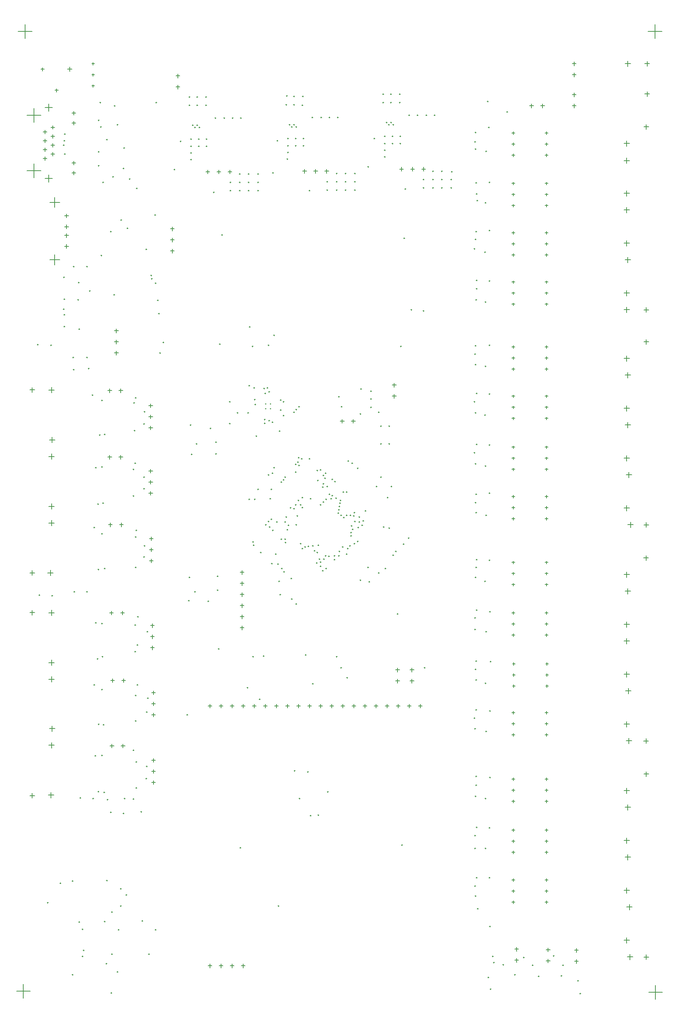
<source format=gbr>
%TF.GenerationSoftware,Altium Limited,Altium Designer,19.1.5 (86)*%
G04 Layer_Color=128*
%FSLAX26Y26*%
%MOIN*%
%TF.FileFunction,Drillmap*%
%TF.Part,Single*%
G01*
G75*
%TA.AperFunction,NonConductor*%
%ADD103C,0.005000*%
D103*
X1762500Y9205000D02*
X1787500D01*
X1775000Y9192500D02*
Y9217500D01*
X1762500Y9105000D02*
X1787500D01*
X1775000Y9092500D02*
Y9117500D01*
X1762500Y9005000D02*
X1787500D01*
X1775000Y8992500D02*
Y9017500D01*
X5817283Y8825000D02*
X5852717D01*
X5835000Y8807283D02*
Y8842717D01*
X5717283Y8825000D02*
X5752717D01*
X5735000Y8807283D02*
Y8842717D01*
X2792284Y8230000D02*
X2827716D01*
X2810000Y8212283D02*
Y8247717D01*
X2892284Y8230000D02*
X2927716D01*
X2910000Y8212283D02*
Y8247717D01*
X2992284Y8230000D02*
X3027716D01*
X3010000Y8212283D02*
Y8247717D01*
X3667284Y8235000D02*
X3702716D01*
X3685000Y8217283D02*
Y8252717D01*
X3767284Y8235000D02*
X3802716D01*
X3785000Y8217283D02*
Y8252717D01*
X3867284Y8235000D02*
X3902716D01*
X3885000Y8217283D02*
Y8252717D01*
X4542283Y8253780D02*
X4577717D01*
X4560000Y8236063D02*
Y8271496D01*
X4642283Y8253780D02*
X4677717D01*
X4660000Y8236063D02*
Y8271496D01*
X4742283Y8253780D02*
X4777717D01*
X4760000Y8236063D02*
Y8271496D01*
X2472284Y7515000D02*
X2507716D01*
X2490000Y7497283D02*
Y7532717D01*
X2472284Y7615000D02*
X2507716D01*
X2490000Y7597283D02*
Y7632717D01*
X2472284Y7715000D02*
X2507716D01*
X2490000Y7697283D02*
Y7732717D01*
X4477283Y6205000D02*
X4512717D01*
X4495000Y6187283D02*
Y6222717D01*
X4477283Y6305000D02*
X4512717D01*
X4495000Y6287283D02*
Y6322717D01*
X1967284Y6595000D02*
X2002716D01*
X1985000Y6577283D02*
Y6612717D01*
X1967284Y6695000D02*
X2002716D01*
X1985000Y6677283D02*
Y6712717D01*
X1967284Y6795000D02*
X2002716D01*
X1985000Y6777283D02*
Y6812717D01*
X2302284Y2720000D02*
X2337716D01*
X2320000Y2702284D02*
Y2737716D01*
X2302284Y2820000D02*
X2337716D01*
X2320000Y2802284D02*
Y2837716D01*
X2302284Y2920000D02*
X2337716D01*
X2320000Y2902284D02*
Y2937716D01*
X2302284Y3330000D02*
X2337716D01*
X2320000Y3312284D02*
Y3347716D01*
X2302284Y3430000D02*
X2337716D01*
X2320000Y3412284D02*
Y3447716D01*
X2302284Y3530000D02*
X2337716D01*
X2320000Y3512284D02*
Y3547716D01*
X2292284Y3935000D02*
X2327716D01*
X2310000Y3917284D02*
Y3952716D01*
X2292284Y4035000D02*
X2327716D01*
X2310000Y4017284D02*
Y4052716D01*
X2292284Y4135000D02*
X2327716D01*
X2310000Y4117283D02*
Y4152717D01*
X4007284Y5980000D02*
X4042716D01*
X4025000Y5962283D02*
Y5997717D01*
X4107283Y5980000D02*
X4142717D01*
X4125000Y5962283D02*
Y5997717D01*
X2282284Y4720000D02*
X2317716D01*
X2300000Y4702283D02*
Y4737717D01*
X2282284Y4820000D02*
X2317716D01*
X2300000Y4802283D02*
Y4837717D01*
X2282284Y4920000D02*
X2317716D01*
X2300000Y4902283D02*
Y4937717D01*
X2277284Y5330000D02*
X2312716D01*
X2295000Y5312283D02*
Y5347717D01*
X2277284Y5430000D02*
X2312716D01*
X2295000Y5412283D02*
Y5447717D01*
X2277284Y5530000D02*
X2312716D01*
X2295000Y5512283D02*
Y5547717D01*
X2277284Y5920000D02*
X2312716D01*
X2295000Y5902283D02*
Y5937717D01*
X2277284Y6020000D02*
X2312716D01*
X2295000Y6002283D02*
Y6037717D01*
X2277284Y6120000D02*
X2312716D01*
X2295000Y6102283D02*
Y6137717D01*
X4637283Y3635000D02*
X4672717D01*
X4655000Y3617284D02*
Y3652716D01*
X4637283Y3735000D02*
X4672717D01*
X4655000Y3717284D02*
Y3752716D01*
X4507283Y3635000D02*
X4542717D01*
X4525000Y3617284D02*
Y3652716D01*
X4507283Y3735000D02*
X4542717D01*
X4525000Y3717284D02*
Y3752716D01*
X2812284Y3410000D02*
X2847716D01*
X2830000Y3392284D02*
Y3427716D01*
X2912284Y3410000D02*
X2947716D01*
X2930000Y3392284D02*
Y3427716D01*
X3012284Y3410000D02*
X3047716D01*
X3030000Y3392284D02*
Y3427716D01*
X3112284Y3410000D02*
X3147716D01*
X3130000Y3392284D02*
Y3427716D01*
X3212284Y3410000D02*
X3247716D01*
X3230000Y3392284D02*
Y3427716D01*
X3312284Y3410000D02*
X3347716D01*
X3330000Y3392284D02*
Y3427716D01*
X3412284Y3410000D02*
X3447716D01*
X3430000Y3392284D02*
Y3427716D01*
X3512284Y3410000D02*
X3547716D01*
X3530000Y3392284D02*
Y3427716D01*
X3612284Y3410000D02*
X3647716D01*
X3630000Y3392284D02*
Y3427716D01*
X3712284Y3410000D02*
X3747716D01*
X3730000Y3392284D02*
Y3427716D01*
X3812284Y3410000D02*
X3847716D01*
X3830000Y3392284D02*
Y3427716D01*
X3912284Y3410000D02*
X3947716D01*
X3930000Y3392284D02*
Y3427716D01*
X4012284Y3410000D02*
X4047716D01*
X4030000Y3392284D02*
Y3427716D01*
X4112283Y3410000D02*
X4147717D01*
X4130000Y3392284D02*
Y3427716D01*
X4212283Y3410000D02*
X4247717D01*
X4230000Y3392284D02*
Y3427716D01*
X4312283Y3410000D02*
X4347717D01*
X4330000Y3392284D02*
Y3427716D01*
X4412283Y3410000D02*
X4447717D01*
X4430000Y3392284D02*
Y3427716D01*
X4512283Y3410000D02*
X4547717D01*
X4530000Y3392284D02*
Y3427716D01*
X4612283Y3410000D02*
X4647717D01*
X4630000Y3392284D02*
Y3427716D01*
X4712283Y3410000D02*
X4747717D01*
X4730000Y3392284D02*
Y3427716D01*
X3112284Y1065000D02*
X3147716D01*
X3130000Y1047284D02*
Y1082716D01*
X3012284Y1065000D02*
X3047716D01*
X3030000Y1047284D02*
Y1082716D01*
X2912284Y1065000D02*
X2947716D01*
X2930000Y1047284D02*
Y1082716D01*
X2812284Y1065000D02*
X2847716D01*
X2830000Y1047284D02*
Y1082716D01*
X1927284Y3050000D02*
X1962716D01*
X1945000Y3032284D02*
Y3067716D01*
X2027284Y3050000D02*
X2062716D01*
X2045000Y3032284D02*
Y3067716D01*
X1932284Y3640000D02*
X1967716D01*
X1950000Y3622284D02*
Y3657716D01*
X2032284Y3640000D02*
X2067716D01*
X2050000Y3622284D02*
Y3657716D01*
X1922284Y4250000D02*
X1957716D01*
X1940000Y4232283D02*
Y4267717D01*
X2022284Y4250000D02*
X2057716D01*
X2040000Y4232283D02*
Y4267717D01*
X1912284Y5045000D02*
X1947716D01*
X1930000Y5027283D02*
Y5062717D01*
X2012284Y5045000D02*
X2047716D01*
X2030000Y5027283D02*
Y5062717D01*
X1907284Y5655000D02*
X1942716D01*
X1925000Y5637283D02*
Y5672717D01*
X2007284Y5655000D02*
X2042716D01*
X2025000Y5637283D02*
Y5672717D01*
X1907284Y6255000D02*
X1942716D01*
X1925000Y6237283D02*
Y6272717D01*
X2007284Y6255000D02*
X2042716D01*
X2025000Y6237283D02*
Y6272717D01*
X6102283Y9205000D02*
X6137717D01*
X6120000Y9187283D02*
Y9222717D01*
X6102283Y9105000D02*
X6137717D01*
X6120000Y9087283D02*
Y9122717D01*
X2522284Y8995000D02*
X2557716D01*
X2540000Y8977283D02*
Y9012717D01*
X2522284Y9095000D02*
X2557716D01*
X2540000Y9077283D02*
Y9112717D01*
X6102283Y8925000D02*
X6137717D01*
X6120000Y8907283D02*
Y8942717D01*
X6102283Y8825000D02*
X6137717D01*
X6120000Y8807283D02*
Y8842717D01*
X3102284Y4115000D02*
X3137716D01*
X3120000Y4097283D02*
Y4132717D01*
X3102284Y4215000D02*
X3137716D01*
X3120000Y4197283D02*
Y4232717D01*
X3102284Y4315000D02*
X3137716D01*
X3120000Y4297283D02*
Y4332717D01*
X3102284Y4415000D02*
X3137716D01*
X3120000Y4397283D02*
Y4432717D01*
X3102284Y4515000D02*
X3137716D01*
X3120000Y4497283D02*
Y4532717D01*
X3102284Y4615000D02*
X3137716D01*
X3120000Y4597283D02*
Y4632717D01*
X6122283Y1105000D02*
X6157717D01*
X6140000Y1087284D02*
Y1122716D01*
X6122283Y1205000D02*
X6157717D01*
X6140000Y1187284D02*
Y1222716D01*
X5867283Y1110000D02*
X5902717D01*
X5885000Y1092284D02*
Y1127716D01*
X5867283Y1210000D02*
X5902717D01*
X5885000Y1192284D02*
Y1227716D01*
X5582283Y1115000D02*
X5617717D01*
X5600000Y1097284D02*
Y1132716D01*
X5582283Y1215000D02*
X5617717D01*
X5600000Y1197284D02*
Y1232716D01*
X5557500Y1840000D02*
X5582500D01*
X5570000Y1827500D02*
Y1852500D01*
X5557500Y1740000D02*
X5582500D01*
X5570000Y1727500D02*
Y1752500D01*
X5557500Y1640000D02*
X5582500D01*
X5570000Y1627500D02*
Y1652500D01*
X5857500Y1840000D02*
X5882500D01*
X5870000Y1827500D02*
Y1852500D01*
X5857500Y1740000D02*
X5882500D01*
X5870000Y1727500D02*
Y1752500D01*
X5857500Y1640000D02*
X5882500D01*
X5870000Y1627500D02*
Y1652500D01*
X5557500Y2290000D02*
X5582500D01*
X5570000Y2277500D02*
Y2302500D01*
X5557500Y2190000D02*
X5582500D01*
X5570000Y2177500D02*
Y2202500D01*
X5557500Y2090000D02*
X5582500D01*
X5570000Y2077500D02*
Y2102500D01*
X5857500Y2290000D02*
X5882500D01*
X5870000Y2277500D02*
Y2302500D01*
X5857500Y2190000D02*
X5882500D01*
X5870000Y2177500D02*
Y2202500D01*
X5857500Y2090000D02*
X5882500D01*
X5870000Y2077500D02*
Y2102500D01*
X5557500Y2750000D02*
X5582500D01*
X5570000Y2737500D02*
Y2762500D01*
X5557500Y2650000D02*
X5582500D01*
X5570000Y2637500D02*
Y2662500D01*
X5557500Y2550000D02*
X5582500D01*
X5570000Y2537500D02*
Y2562500D01*
X5857500Y2750000D02*
X5882500D01*
X5870000Y2737500D02*
Y2762500D01*
X5857500Y2650000D02*
X5882500D01*
X5870000Y2637500D02*
Y2662500D01*
X5857500Y2550000D02*
X5882500D01*
X5870000Y2537500D02*
Y2562500D01*
X5557500Y3350000D02*
X5582500D01*
X5570000Y3337500D02*
Y3362500D01*
X5557500Y3250000D02*
X5582500D01*
X5570000Y3237500D02*
Y3262500D01*
X5557500Y3150000D02*
X5582500D01*
X5570000Y3137500D02*
Y3162500D01*
X5857500Y3350000D02*
X5882500D01*
X5870000Y3337500D02*
Y3362500D01*
X5857500Y3250000D02*
X5882500D01*
X5870000Y3237500D02*
Y3262500D01*
X5857500Y3150000D02*
X5882500D01*
X5870000Y3137500D02*
Y3162500D01*
X5562500Y3790000D02*
X5587500D01*
X5575000Y3777500D02*
Y3802500D01*
X5562500Y3690000D02*
X5587500D01*
X5575000Y3677500D02*
Y3702500D01*
X5562500Y3590000D02*
X5587500D01*
X5575000Y3577500D02*
Y3602500D01*
X5862500Y3790000D02*
X5887500D01*
X5875000Y3777500D02*
Y3802500D01*
X5862500Y3690000D02*
X5887500D01*
X5875000Y3677500D02*
Y3702500D01*
X5862500Y3590000D02*
X5887500D01*
X5875000Y3577500D02*
Y3602500D01*
X5557500Y4250000D02*
X5582500D01*
X5570000Y4237500D02*
Y4262500D01*
X5557500Y4150000D02*
X5582500D01*
X5570000Y4137500D02*
Y4162500D01*
X5557500Y4050000D02*
X5582500D01*
X5570000Y4037500D02*
Y4062500D01*
X5857500Y4250000D02*
X5882500D01*
X5870000Y4237500D02*
Y4262500D01*
X5857500Y4150000D02*
X5882500D01*
X5870000Y4137500D02*
Y4162500D01*
X5857500Y4050000D02*
X5882500D01*
X5870000Y4037500D02*
Y4062500D01*
X5557500Y4705000D02*
X5582500D01*
X5570000Y4692500D02*
Y4717500D01*
X5557500Y4605000D02*
X5582500D01*
X5570000Y4592500D02*
Y4617500D01*
X5557500Y4505000D02*
X5582500D01*
X5570000Y4492500D02*
Y4517500D01*
X5857500Y4705000D02*
X5882500D01*
X5870000Y4692500D02*
Y4717500D01*
X5857500Y4605000D02*
X5882500D01*
X5870000Y4592500D02*
Y4617500D01*
X5857500Y4505000D02*
X5882500D01*
X5870000Y4492500D02*
Y4517500D01*
X5557500Y5300000D02*
X5582500D01*
X5570000Y5287500D02*
Y5312500D01*
X5557500Y5200000D02*
X5582500D01*
X5570000Y5187500D02*
Y5212500D01*
X5557500Y5100000D02*
X5582500D01*
X5570000Y5087500D02*
Y5112500D01*
X5857500Y5300000D02*
X5882500D01*
X5870000Y5287500D02*
Y5312500D01*
X5857500Y5200000D02*
X5882500D01*
X5870000Y5187500D02*
Y5212500D01*
X5857500Y5100000D02*
X5882500D01*
X5870000Y5087500D02*
Y5112500D01*
X5557500Y5745000D02*
X5582500D01*
X5570000Y5732500D02*
Y5757500D01*
X5557500Y5645000D02*
X5582500D01*
X5570000Y5632500D02*
Y5657500D01*
X5557500Y5545000D02*
X5582500D01*
X5570000Y5532500D02*
Y5557500D01*
X5857500Y5745000D02*
X5882500D01*
X5870000Y5732500D02*
Y5757500D01*
X5857500Y5645000D02*
X5882500D01*
X5870000Y5632500D02*
Y5657500D01*
X5857500Y5545000D02*
X5882500D01*
X5870000Y5532500D02*
Y5557500D01*
X5557500Y6205000D02*
X5582500D01*
X5570000Y6192500D02*
Y6217500D01*
X5557500Y6105000D02*
X5582500D01*
X5570000Y6092500D02*
Y6117500D01*
X5557500Y6005000D02*
X5582500D01*
X5570000Y5992500D02*
Y6017500D01*
X5857500Y6205000D02*
X5882500D01*
X5870000Y6192500D02*
Y6217500D01*
X5857500Y6105000D02*
X5882500D01*
X5870000Y6092500D02*
Y6117500D01*
X5857500Y6005000D02*
X5882500D01*
X5870000Y5992500D02*
Y6017500D01*
X5557500Y6650000D02*
X5582500D01*
X5570000Y6637500D02*
Y6662500D01*
X5557500Y6550000D02*
X5582500D01*
X5570000Y6537500D02*
Y6562500D01*
X5557500Y6450000D02*
X5582500D01*
X5570000Y6437500D02*
Y6462500D01*
X5857500Y6650000D02*
X5882500D01*
X5870000Y6637500D02*
Y6662500D01*
X5857500Y6550000D02*
X5882500D01*
X5870000Y6537500D02*
Y6562500D01*
X5857500Y6450000D02*
X5882500D01*
X5870000Y6437500D02*
Y6462500D01*
X5557500Y7235000D02*
X5582500D01*
X5570000Y7222500D02*
Y7247500D01*
X5557500Y7135000D02*
X5582500D01*
X5570000Y7122500D02*
Y7147500D01*
X5557500Y7035000D02*
X5582500D01*
X5570000Y7022500D02*
Y7047500D01*
X5857500Y7235000D02*
X5882500D01*
X5870000Y7222500D02*
Y7247500D01*
X5857500Y7135000D02*
X5882500D01*
X5870000Y7122500D02*
Y7147500D01*
X5857500Y7035000D02*
X5882500D01*
X5870000Y7022500D02*
Y7047500D01*
X5557500Y7680000D02*
X5582500D01*
X5570000Y7667500D02*
Y7692500D01*
X5557500Y7580000D02*
X5582500D01*
X5570000Y7567500D02*
Y7592500D01*
X5557500Y7480000D02*
X5582500D01*
X5570000Y7467500D02*
Y7492500D01*
X5857500Y7680000D02*
X5882500D01*
X5870000Y7667500D02*
Y7692500D01*
X5857500Y7580000D02*
X5882500D01*
X5870000Y7567500D02*
Y7592500D01*
X5857500Y7480000D02*
X5882500D01*
X5870000Y7467500D02*
Y7492500D01*
X5557500Y8125000D02*
X5582500D01*
X5570000Y8112500D02*
Y8137500D01*
X5557500Y8025000D02*
X5582500D01*
X5570000Y8012500D02*
Y8037500D01*
X5557500Y7925000D02*
X5582500D01*
X5570000Y7912500D02*
Y7937500D01*
X5857500Y8125000D02*
X5882500D01*
X5870000Y8112500D02*
Y8137500D01*
X5857500Y8025000D02*
X5882500D01*
X5870000Y8012500D02*
Y8037500D01*
X5857500Y7925000D02*
X5882500D01*
X5870000Y7912500D02*
Y7937500D01*
X5557500Y8580000D02*
X5582500D01*
X5570000Y8567500D02*
Y8592500D01*
X5557500Y8480000D02*
X5582500D01*
X5570000Y8467500D02*
Y8492500D01*
X5557500Y8380000D02*
X5582500D01*
X5570000Y8367500D02*
Y8392500D01*
X5857500Y8580000D02*
X5882500D01*
X5870000Y8567500D02*
Y8592500D01*
X5857500Y8480000D02*
X5882500D01*
X5870000Y8467500D02*
Y8492500D01*
X5857500Y8380000D02*
X5882500D01*
X5870000Y8367500D02*
Y8392500D01*
X1383071Y7436339D02*
X1473622D01*
X1428347Y7391063D02*
Y7481614D01*
X1383071Y7953661D02*
X1473622D01*
X1428347Y7908386D02*
Y7998937D01*
X1516929Y7557205D02*
X1553150D01*
X1535039Y7539095D02*
Y7575315D01*
X1516929Y7655630D02*
X1553150D01*
X1535039Y7637520D02*
Y7673740D01*
X1516929Y7734370D02*
X1553150D01*
X1535039Y7716260D02*
Y7752480D01*
X1516929Y7832795D02*
X1553150D01*
X1535039Y7814685D02*
Y7850905D01*
X1202323Y2600000D02*
X1245630D01*
X1223976Y2578347D02*
Y2621653D01*
X1202323Y4251575D02*
X1245630D01*
X1223976Y4229921D02*
Y4273228D01*
X6749370Y2795000D02*
X6792677D01*
X6771024Y2773347D02*
Y2816653D01*
X6749370Y1143425D02*
X6792677D01*
X6771024Y1121772D02*
Y1165079D01*
X6748346Y4745000D02*
X6791654D01*
X6770000Y4723346D02*
Y4766654D01*
X6748346Y3093425D02*
X6791654D01*
X6770000Y3071772D02*
Y3115079D01*
X1202323Y4610000D02*
X1245630D01*
X1223976Y4588346D02*
Y4631654D01*
X1202323Y6261575D02*
X1245630D01*
X1223976Y6239921D02*
Y6283228D01*
X6749370Y6695000D02*
X6792677D01*
X6771024Y6673346D02*
Y6716654D01*
X6749370Y5043425D02*
X6792677D01*
X6771024Y5021772D02*
Y5065079D01*
X1429961Y8966024D02*
X1459882D01*
X1444921Y8951063D02*
Y8980984D01*
X1302008Y9155000D02*
X1331929D01*
X1316968Y9140039D02*
Y9169961D01*
X1543150Y9155000D02*
X1582913D01*
X1563032Y9135118D02*
Y9174882D01*
X6758346Y9205000D02*
X6801654D01*
X6780000Y9183346D02*
Y9226654D01*
X6758346Y8931378D02*
X6801654D01*
X6780000Y8909724D02*
Y8953031D01*
X6749370Y8635000D02*
X6792677D01*
X6771024Y8613346D02*
Y8656654D01*
X6749370Y6983425D02*
X6792677D01*
X6771024Y6961772D02*
Y7005079D01*
X1324173Y8349213D02*
X1355669D01*
X1339921Y8333465D02*
Y8364961D01*
X1394252Y8630315D02*
X1425748D01*
X1410000Y8614567D02*
Y8646063D01*
X1394252Y8389370D02*
X1425748D01*
X1410000Y8373622D02*
Y8405118D01*
X1324173Y8590157D02*
X1355669D01*
X1339921Y8574409D02*
Y8605906D01*
X1324173Y8429528D02*
X1355669D01*
X1339921Y8413780D02*
Y8445276D01*
X1394252Y8550000D02*
X1425748D01*
X1410000Y8534252D02*
Y8565748D01*
X1394252Y8469685D02*
X1425748D01*
X1410000Y8453937D02*
Y8485433D01*
X1324173Y8509843D02*
X1355669D01*
X1339921Y8494094D02*
Y8525591D01*
X1175945Y8239764D02*
X1303898D01*
X1239921Y8175787D02*
Y8303740D01*
X1175945Y8739764D02*
X1303898D01*
X1239921Y8675787D02*
Y8803740D01*
X1341496Y8169882D02*
X1408425D01*
X1374961Y8136417D02*
Y8203346D01*
X1341496Y8809646D02*
X1408425D01*
X1374961Y8776181D02*
Y8843110D01*
X1584016Y8759843D02*
X1615512D01*
X1599764Y8744094D02*
Y8775591D01*
X1584016Y8219685D02*
X1615512D01*
X1599764Y8203937D02*
Y8235433D01*
X1584016Y8669685D02*
X1615512D01*
X1599764Y8653937D02*
Y8685433D01*
X1584016Y8309843D02*
X1615512D01*
X1599764Y8294094D02*
Y8325591D01*
X1082008Y835000D02*
X1207992D01*
X1145000Y772008D02*
Y897992D01*
X6792008Y825000D02*
X6917992D01*
X6855000Y762008D02*
Y887992D01*
X6787008Y9495000D02*
X6912992D01*
X6850000Y9432008D02*
Y9557992D01*
X1097008Y9495000D02*
X1222992D01*
X1160000Y9432008D02*
Y9557992D01*
X4410000Y4650000D02*
X4420000D01*
X4415000Y4645000D02*
Y4655000D01*
X4060000Y4780000D02*
X4070000D01*
X4065000Y4775000D02*
Y4785000D01*
X4465000Y5390000D02*
X4475000D01*
X4470000Y5385000D02*
Y5395000D01*
X4330000Y5390000D02*
X4340000D01*
X4335000Y5385000D02*
Y5395000D01*
X4110000Y5600000D02*
X4120000D01*
X4115000Y5595000D02*
Y5605000D01*
X4075000Y5620000D02*
X4085000D01*
X4080000Y5615000D02*
Y5625000D01*
X3390000Y5510000D02*
X3400000D01*
X3395000Y5505000D02*
Y5515000D01*
X3355000Y5495000D02*
X3365000D01*
X3360000Y5490000D02*
Y5500000D01*
X3230000Y5275000D02*
X3240000D01*
X3235000Y5270000D02*
Y5280000D01*
X3180000Y5275000D02*
X3190000D01*
X3185000Y5270000D02*
Y5280000D01*
X3285000Y4795000D02*
X3295000D01*
X3290000Y4790000D02*
Y4800000D01*
X3215000Y4890000D02*
X3225000D01*
X3220000Y4885000D02*
Y4895000D01*
X3440000Y4690000D02*
X3450000D01*
X3445000Y4685000D02*
Y4695000D01*
X3495000Y4620000D02*
X3505000D01*
X3500000Y4615000D02*
Y4625000D01*
X3560000Y4560000D02*
X3570000D01*
X3565000Y4555000D02*
Y4565000D01*
X3875000Y4650000D02*
X3885000D01*
X3880000Y4645000D02*
Y4655000D01*
X3845000Y4630000D02*
X3855000D01*
X3850000Y4625000D02*
Y4635000D01*
X3505000Y5475000D02*
X3515000D01*
X3510000Y5470000D02*
Y5480000D01*
X3490000Y5450000D02*
X3500000D01*
X3495000Y5445000D02*
Y5455000D01*
X3470000Y5430000D02*
X3480000D01*
X3475000Y5425000D02*
Y5435000D01*
X3460000Y4415000D02*
X3470000D01*
X3465000Y4410000D02*
Y4420000D01*
X4395000Y5025000D02*
X4405000D01*
X4400000Y5020000D02*
Y5030000D01*
X3930000Y5455000D02*
X3940000D01*
X3935000Y5450000D02*
Y5460000D01*
X3870000Y5510000D02*
X3880000D01*
X3875000Y5505000D02*
Y5515000D01*
X3825000Y5540000D02*
X3835000D01*
X3830000Y5535000D02*
Y5545000D01*
X3850000Y5490000D02*
X3860000D01*
X3855000Y5485000D02*
Y5495000D01*
X3795000Y5535000D02*
X3805000D01*
X3800000Y5530000D02*
Y5540000D01*
X3865000Y5465000D02*
X3875000D01*
X3870000Y5460000D02*
Y5470000D01*
X4005000Y5266000D02*
X4015000D01*
X4010000Y5261000D02*
Y5271000D01*
X4030000Y5340000D02*
X4040000D01*
X4035000Y5335000D02*
Y5345000D01*
X4060000Y5340000D02*
X4070000D01*
X4065000Y5335000D02*
Y5345000D01*
X4000000Y5240000D02*
X4010000D01*
X4005000Y5235000D02*
Y5245000D01*
X3904231Y5321000D02*
X3914231D01*
X3909231Y5316000D02*
Y5326000D01*
X3955000Y5435000D02*
X3965000D01*
X3960000Y5430000D02*
Y5440000D01*
X3995000Y5210000D02*
X4005000D01*
X4000000Y5205000D02*
Y5215000D01*
X3990000Y5180000D02*
X4000000D01*
X3995000Y5175000D02*
Y5185000D01*
X3985000Y5150000D02*
X3995000D01*
X3990000Y5145000D02*
Y5155000D01*
X4010000Y5130000D02*
X4020000D01*
X4015000Y5125000D02*
Y5135000D01*
X4060000Y5130000D02*
X4070000D01*
X4065000Y5125000D02*
Y5135000D01*
X3965000Y5285000D02*
X3975000D01*
X3970000Y5280000D02*
Y5290000D01*
X4230000Y5170000D02*
X4240000D01*
X4235000Y5165000D02*
Y5175000D01*
X4115000Y5003846D02*
X4125000D01*
X4120000Y4998846D02*
Y5008846D01*
X4100000Y4975000D02*
X4110000D01*
X4105000Y4970000D02*
Y4980000D01*
X4100000Y4945000D02*
X4110000D01*
X4105000Y4940000D02*
Y4950000D01*
X4025000Y4845000D02*
X4035000D01*
X4030000Y4840000D02*
Y4850000D01*
X3995000Y4805000D02*
X4005000D01*
X4000000Y4800000D02*
Y4810000D01*
X3990000Y4765000D02*
X4000000D01*
X3995000Y4760000D02*
Y4770000D01*
X3355000Y5075000D02*
X3365000D01*
X3360000Y5070000D02*
Y5080000D01*
X3380000Y5095000D02*
X3390000D01*
X3385000Y5090000D02*
Y5100000D01*
X3380000Y5365000D02*
X3390000D01*
X3385000Y5360000D02*
Y5370000D01*
X3600000Y5225000D02*
X3610000D01*
X3605000Y5220000D02*
Y5230000D01*
X3645000Y5225000D02*
X3655000D01*
X3650000Y5220000D02*
Y5230000D01*
X3552000Y5198000D02*
X3562000D01*
X3557000Y5193000D02*
Y5203000D01*
X3630000Y5580000D02*
X3640000D01*
X3635000Y5575000D02*
Y5585000D01*
X3600000Y5520000D02*
X3610000D01*
X3605000Y5515000D02*
Y5525000D01*
X3655000Y5640000D02*
X3665000D01*
X3660000Y5635000D02*
Y5645000D01*
X3600000Y5590000D02*
X3610000D01*
X3605000Y5585000D02*
Y5595000D01*
X3620000Y5610000D02*
X3630000D01*
X3625000Y5605000D02*
Y5615000D01*
X3625971Y5651000D02*
X3635971D01*
X3630971Y5646000D02*
Y5656000D01*
X4090000Y4855000D02*
X4100000D01*
X4095000Y4850000D02*
Y4860000D01*
X4070000Y4830000D02*
X4080000D01*
X4075000Y4825000D02*
Y4835000D01*
X3950000Y4765000D02*
X3960000D01*
X3955000Y4760000D02*
Y4770000D01*
X3950000Y4730000D02*
X3960000D01*
X3955000Y4725000D02*
Y4735000D01*
X3900000Y4760000D02*
X3910000D01*
X3905000Y4755000D02*
Y4765000D01*
X3870000D02*
X3880000D01*
X3875000Y4760000D02*
Y4770000D01*
X3825000Y4708000D02*
X3835000D01*
X3830000Y4703000D02*
Y4713000D01*
X4160000Y4895000D02*
X4170000D01*
X4165000Y4890000D02*
Y4900000D01*
X4130000Y4875000D02*
X4140000D01*
X4135000Y4870000D02*
Y4880000D01*
X4444747Y5014746D02*
X4454747D01*
X4449747Y5009746D02*
Y5019746D01*
X3930000Y5309000D02*
X3940000D01*
X3935000Y5304000D02*
Y5314000D01*
X3725000Y5640000D02*
X3735000D01*
X3730000Y5635000D02*
Y5645000D01*
X3370000Y5280000D02*
X3380000D01*
X3375000Y5275000D02*
Y5285000D01*
X3220000Y4860000D02*
X3230000D01*
X3225000Y4855000D02*
Y4865000D01*
X3365000Y5025000D02*
X3375000D01*
X3370000Y5020000D02*
Y5030000D01*
X3330000Y5045000D02*
X3340000D01*
X3335000Y5040000D02*
Y5050000D01*
X3392884Y4995357D02*
X3402884D01*
X3397884Y4990357D02*
Y5000357D01*
X3505000Y4915000D02*
X3515000D01*
X3510000Y4910000D02*
Y4920000D01*
X3470000Y4915000D02*
X3480000D01*
X3475000Y4910000D02*
Y4920000D01*
X3507559Y4885000D02*
X3517559D01*
X3512559Y4880000D02*
Y4890000D01*
X3420000Y4780000D02*
X3430000D01*
X3425000Y4775000D02*
Y4785000D01*
X3475000Y4650000D02*
X3485000D01*
X3480000Y4645000D02*
Y4655000D01*
X3329213Y6136811D02*
X3337087D01*
X3333150Y6132874D02*
Y6140748D01*
X3372520Y6136811D02*
X3380394D01*
X3376457Y6132874D02*
Y6140748D01*
X3329213Y6093504D02*
X3337087D01*
X3333150Y6089567D02*
Y6097441D01*
X3372520Y6093504D02*
X3380394D01*
X3376457Y6089567D02*
Y6097441D01*
X4445000Y5775000D02*
X4455000D01*
X4450000Y5770000D02*
Y5780000D01*
X4445000Y5935000D02*
X4455000D01*
X4450000Y5930000D02*
Y5940000D01*
X4370000Y5935000D02*
X4380000D01*
X4375000Y5930000D02*
Y5940000D01*
X4370000Y5775000D02*
X4380000D01*
X4375000Y5770000D02*
Y5780000D01*
X1935000Y820000D02*
X1945000D01*
X1940000Y815000D02*
Y825000D01*
X1645000Y1460000D02*
X1655000D01*
X1650000Y1455000D02*
Y1465000D01*
X1940000Y1550000D02*
X1950000D01*
X1945000Y1545000D02*
Y1555000D01*
X1675000Y1395000D02*
X1685000D01*
X1680000Y1390000D02*
Y1400000D01*
X3445000Y1605000D02*
X3455000D01*
X3450000Y1600000D02*
Y1610000D01*
X4480472Y8655000D02*
X4490472D01*
X4485472Y8650000D02*
Y8660000D01*
X4460472Y8675000D02*
X4470472D01*
X4465472Y8670000D02*
Y8680000D01*
X4440472Y8655000D02*
X4450472D01*
X4445472Y8650000D02*
Y8660000D01*
X4420472Y8675000D02*
X4430472D01*
X4425472Y8670000D02*
Y8680000D01*
X4780000Y8740000D02*
X4790000D01*
X4785000Y8735000D02*
Y8745000D01*
X3905000Y8720000D02*
X3915000D01*
X3910000Y8715000D02*
Y8725000D01*
X3545000Y8655000D02*
X3555000D01*
X3550000Y8650000D02*
Y8660000D01*
X3565000Y8635000D02*
X3575000D01*
X3570000Y8630000D02*
Y8640000D01*
X3585000Y8655000D02*
X3595000D01*
X3590000Y8650000D02*
Y8660000D01*
X3605000Y8635000D02*
X3615000D01*
X3610000Y8630000D02*
Y8640000D01*
X3030000Y8715000D02*
X3040000D01*
X3035000Y8710000D02*
Y8720000D01*
X2730000Y8630000D02*
X2740000D01*
X2735000Y8625000D02*
Y8635000D01*
X2710000Y8650000D02*
X2720000D01*
X2715000Y8645000D02*
Y8655000D01*
X2690000Y8630000D02*
X2700000D01*
X2695000Y8625000D02*
Y8635000D01*
X1770000Y2575000D02*
X1780000D01*
X1775000Y2570000D02*
Y2580000D01*
X1875000Y1465000D02*
X1885000D01*
X1880000Y1460000D02*
Y1470000D01*
X3660000Y5200000D02*
X3670000D01*
X3665000Y5195000D02*
Y5205000D01*
X3325000Y6230000D02*
X3335000D01*
X3330000Y6225000D02*
Y6235000D01*
X3360000Y6245000D02*
X3370000D01*
X3365000Y6240000D02*
Y6250000D01*
X1795000Y5560000D02*
X1805000D01*
X1800000Y5555000D02*
Y5565000D01*
X2265000Y3480000D02*
X2275000D01*
X2270000Y3475000D02*
Y3485000D01*
X1400000Y4405000D02*
X1410000D01*
X1405000Y4400000D02*
Y4410000D01*
X1375000Y3055000D02*
X1425000D01*
X1400000Y3030000D02*
Y3080000D01*
X1375000Y3650000D02*
X1425000D01*
X1400000Y3625000D02*
Y3675000D01*
X1375000Y4250000D02*
X1425000D01*
X1400000Y4225000D02*
Y4275000D01*
X1375000Y5060000D02*
X1425000D01*
X1400000Y5035000D02*
Y5085000D01*
X1375000Y5660000D02*
X1425000D01*
X1400000Y5635000D02*
Y5685000D01*
X1375000Y6260000D02*
X1425000D01*
X1400000Y6235000D02*
Y6285000D01*
X4252500Y4660000D02*
X4262500D01*
X4257500Y4655000D02*
Y4665000D01*
X3690000Y3870000D02*
X3700000D01*
X3695000Y3865000D02*
Y3875000D01*
X5340000Y960000D02*
X5350000D01*
X5345000Y955000D02*
Y965000D01*
X1810000Y3835000D02*
X1820000D01*
X1815000Y3830000D02*
Y3840000D01*
X2165000Y8080000D02*
X2175000D01*
X2170000Y8075000D02*
Y8085000D01*
X2100000Y8165000D02*
X2110000D01*
X2105000Y8160000D02*
Y8170000D01*
X1390000Y6665000D02*
X1400000D01*
X1395000Y6660000D02*
Y6670000D01*
X1270000D02*
X1280000D01*
X1275000Y6665000D02*
Y6675000D01*
X1285000Y4410000D02*
X1295000D01*
X1290000Y4405000D02*
Y4415000D01*
X4645000Y6985000D02*
X4655000D01*
X4650000Y6980000D02*
Y6990000D01*
X4755000Y6975000D02*
X4765000D01*
X4760000Y6970000D02*
Y6980000D01*
X2830000Y5915000D02*
X2840000D01*
X2835000Y5910000D02*
Y5920000D01*
X2650000Y5945000D02*
X2660000D01*
X2655000Y5940000D02*
Y5950000D01*
X2810000Y4355000D02*
X2820000D01*
X2815000Y4350000D02*
Y4360000D01*
X2635000D02*
X2645000D01*
X2640000Y4355000D02*
Y4365000D01*
X3635000Y2575000D02*
X3645000D01*
X3640000Y2570000D02*
Y2580000D01*
X3590000Y2825000D02*
X3600000D01*
X3595000Y2820000D02*
Y2830000D01*
X2205000Y2455000D02*
X2215000D01*
X2210000Y2450000D02*
Y2460000D01*
X2135000Y2570000D02*
X2145000D01*
X2140000Y2565000D02*
Y2575000D01*
X1655000Y2580000D02*
X1665000D01*
X1660000Y2575000D02*
Y2585000D01*
X1595000Y6445000D02*
X1605000D01*
X1600000Y6440000D02*
Y6450000D01*
X1730000Y6455000D02*
X1740000D01*
X1735000Y6450000D02*
Y6460000D01*
X3355000Y6665000D02*
X3365000D01*
X3360000Y6660000D02*
Y6670000D01*
X3405000Y6755000D02*
X3415000D01*
X3410000Y6750000D02*
Y6760000D01*
X2880000Y5790000D02*
X2890000D01*
X2885000Y5785000D02*
Y5795000D01*
X2705000Y5775000D02*
X2715000D01*
X2710000Y5770000D02*
Y5780000D01*
X2895000Y4455000D02*
X2905000D01*
X2900000Y4450000D02*
Y4460000D01*
X2690000Y4440000D02*
X2700000D01*
X2695000Y4435000D02*
Y4445000D01*
X3165000Y3575000D02*
X3175000D01*
X3170000Y3570000D02*
Y3580000D01*
X3215000Y3855000D02*
X3225000D01*
X3220000Y3850000D02*
Y3860000D01*
X3755000Y3610000D02*
X3765000D01*
X3760000Y3605000D02*
Y3615000D01*
X3805000Y2425000D02*
X3815000D01*
X3810000Y2420000D02*
Y2430000D01*
X3890000Y2635000D02*
X3900000D01*
X3895000Y2630000D02*
Y2640000D01*
X1930000Y2450000D02*
X1940000D01*
X1935000Y2445000D02*
Y2455000D01*
X1900000Y2565000D02*
X1910000D01*
X1905000Y2560000D02*
Y2570000D01*
X3210000Y6655000D02*
X3220000D01*
X3215000Y6650000D02*
Y6660000D01*
X3185000Y6830000D02*
X3195000D01*
X3190000Y6825000D02*
Y6835000D01*
X2660000Y5680000D02*
X2670000D01*
X2665000Y5675000D02*
Y5685000D01*
X2880000D02*
X2890000D01*
X2885000Y5680000D02*
Y5690000D01*
X2895000Y4580000D02*
X2905000D01*
X2900000Y4575000D02*
Y4585000D01*
X2640000Y4570000D02*
X2650000D01*
X2645000Y4565000D02*
Y4575000D01*
X3310000Y3860000D02*
X3320000D01*
X3315000Y3855000D02*
Y3865000D01*
X3275000Y3470000D02*
X3285000D01*
X3280000Y3465000D02*
Y3475000D01*
X3735000Y2420000D02*
X3745000D01*
X3740000Y2415000D02*
Y2425000D01*
X3710000Y2815000D02*
X3720000D01*
X3715000Y2810000D02*
Y2820000D01*
X2045000Y2440000D02*
X2055000D01*
X2050000Y2435000D02*
Y2445000D01*
X2055000Y2575000D02*
X2065000D01*
X2060000Y2570000D02*
Y2580000D01*
X1600000Y4440000D02*
X1610000D01*
X1605000Y4435000D02*
Y4445000D01*
X1715000Y4440000D02*
X1725000D01*
X1720000Y4435000D02*
Y4445000D01*
X1590000Y6555000D02*
X1600000D01*
X1595000Y6550000D02*
Y6560000D01*
X1715000Y6555000D02*
X1725000D01*
X1720000Y6550000D02*
Y6560000D01*
X1715000Y7375000D02*
X1725000D01*
X1720000Y7370000D02*
Y7380000D01*
X1595000Y7375000D02*
X1605000D01*
X1600000Y7370000D02*
Y7380000D01*
X4580000Y7630000D02*
X4590000D01*
X4585000Y7625000D02*
Y7635000D01*
X2935000Y7660000D02*
X2945000D01*
X2940000Y7655000D02*
Y7665000D01*
X4550000Y6655000D02*
X4560000D01*
X4555000Y6650000D02*
Y6660000D01*
X2915000Y6675000D02*
X2925000D01*
X2920000Y6670000D02*
Y6680000D01*
X2905000Y3925000D02*
X2915000D01*
X2910000Y3920000D02*
Y3930000D01*
X4520000Y4240000D02*
X4530000D01*
X4525000Y4235000D02*
Y4245000D01*
X4560000Y2155000D02*
X4570000D01*
X4565000Y2150000D02*
Y2160000D01*
X3100000Y2130000D02*
X3110000D01*
X3105000Y2125000D02*
Y2135000D01*
X2275000Y1170000D02*
X2285000D01*
X2280000Y1165000D02*
Y1175000D01*
X1940000Y1170000D02*
X1950000D01*
X1945000Y1165000D02*
Y1175000D01*
X3970000Y3855000D02*
X3980000D01*
X3975000Y3850000D02*
Y3860000D01*
X6570000Y1295000D02*
X6620000D01*
X6595000Y1270000D02*
Y1320000D01*
X6570000Y1745000D02*
X6620000D01*
X6595000Y1720000D02*
Y1770000D01*
X6570000Y2195000D02*
X6620000D01*
X6595000Y2170000D02*
Y2220000D01*
X6570000Y2645000D02*
X6620000D01*
X6595000Y2620000D02*
Y2670000D01*
X6568976Y3245000D02*
X6618976D01*
X6593976Y3220000D02*
Y3270000D01*
X6568976Y3695000D02*
X6618976D01*
X6593976Y3670000D02*
Y3720000D01*
X6568976Y4145000D02*
X6618976D01*
X6593976Y4120000D02*
Y4170000D01*
X6568976Y4595000D02*
X6618976D01*
X6593976Y4570000D02*
Y4620000D01*
X3455000Y5890000D02*
X3465000D01*
X3460000Y5885000D02*
Y5895000D01*
X4280000Y6180000D02*
X4290000D01*
X4285000Y6175000D02*
Y6185000D01*
X4190000Y6270000D02*
X4200000D01*
X4195000Y6265000D02*
Y6275000D01*
X3405000Y5560000D02*
X3415000D01*
X3410000Y5555000D02*
Y5565000D01*
X3385000Y4695000D02*
X3395000D01*
X3390000Y4690000D02*
Y4700000D01*
X4160000Y5555000D02*
X4170000D01*
X4165000Y5550000D02*
Y5560000D01*
X4130000Y5155000D02*
X4140000D01*
X4135000Y5150000D02*
Y5160000D01*
X4095000Y5130000D02*
X4105000D01*
X4100000Y5125000D02*
Y5135000D01*
X4175000Y5115000D02*
X4185000D01*
X4180000Y5110000D02*
Y5120000D01*
X6570000Y5195000D02*
X6620000D01*
X6595000Y5170000D02*
Y5220000D01*
X6570000Y5645000D02*
X6620000D01*
X6595000Y5620000D02*
Y5670000D01*
X6570000Y6095000D02*
X6620000D01*
X6595000Y6070000D02*
Y6120000D01*
X6570000Y6545000D02*
X6620000D01*
X6595000Y6520000D02*
Y6570000D01*
X6570000Y7135000D02*
X6620000D01*
X6595000Y7110000D02*
Y7160000D01*
X6570000Y7585000D02*
X6620000D01*
X6595000Y7560000D02*
Y7610000D01*
X6570000Y8035000D02*
X6620000D01*
X6595000Y8010000D02*
Y8060000D01*
X6570000Y8485000D02*
X6620000D01*
X6595000Y8460000D02*
Y8510000D01*
X1795000Y4160000D02*
X1805000D01*
X1800000Y4155000D02*
Y4165000D01*
X1790000Y2960000D02*
X1800000D01*
X1795000Y2955000D02*
Y2965000D01*
X2230000Y5955000D02*
X2240000D01*
X2235000Y5950000D02*
Y5960000D01*
Y6065000D02*
X2245000D01*
X2240000Y6060000D02*
Y6070000D01*
X2155000Y6190000D02*
X2165000D01*
X2160000Y6185000D02*
Y6195000D01*
X1765000Y6215000D02*
X1775000D01*
X1770000Y6210000D02*
Y6220000D01*
X1875000Y5860000D02*
X1885000D01*
X1880000Y5855000D02*
Y5865000D01*
X2230000Y5370000D02*
X2240000D01*
X2235000Y5365000D02*
Y5375000D01*
X2230000Y5475000D02*
X2240000D01*
X2235000Y5470000D02*
Y5480000D01*
X2150000Y5600000D02*
X2160000D01*
X2155000Y5595000D02*
Y5605000D01*
X1860000Y5240000D02*
X1870000D01*
X1865000Y5235000D02*
Y5245000D01*
X1780000Y5020000D02*
X1790000D01*
X1785000Y5015000D02*
Y5025000D01*
X2160000Y4995000D02*
X2170000D01*
X2165000Y4990000D02*
Y5000000D01*
X2235000Y4855000D02*
X2245000D01*
X2240000Y4850000D02*
Y4860000D01*
X2230000Y4755000D02*
X2240000D01*
X2235000Y4750000D02*
Y4760000D01*
X1875000Y4650000D02*
X1885000D01*
X1880000Y4645000D02*
Y4655000D01*
X2170000Y3960000D02*
X2180000D01*
X2175000Y3955000D02*
Y3965000D01*
X2260000Y4080000D02*
X2270000D01*
X2265000Y4075000D02*
Y4085000D01*
X2175000Y4215000D02*
X2185000D01*
X2180000Y4210000D02*
Y4220000D01*
X1855000Y3855000D02*
X1865000D01*
X1860000Y3850000D02*
Y3860000D01*
X2255000Y3355000D02*
X2265000D01*
X2260000Y3350000D02*
Y3360000D01*
X2170000Y3600000D02*
X2180000D01*
X2175000Y3595000D02*
Y3605000D01*
X1780000Y3600000D02*
X1790000D01*
X1785000Y3595000D02*
Y3605000D01*
X1865000Y3240000D02*
X1875000D01*
X1870000Y3235000D02*
Y3245000D01*
X2250000Y2755000D02*
X2260000D01*
X2255000Y2750000D02*
Y2760000D01*
Y2865000D02*
X2265000D01*
X2260000Y2860000D02*
Y2870000D01*
X2135000Y3010000D02*
X2145000D01*
X2140000Y3005000D02*
Y3015000D01*
X1870000Y2630000D02*
X1880000D01*
X1875000Y2625000D02*
Y2635000D01*
X2050000Y8445000D02*
X2060000D01*
X2055000Y8440000D02*
Y8450000D01*
X2080000Y7720000D02*
X2090000D01*
X2085000Y7715000D02*
Y7725000D01*
X1960000Y7120000D02*
X1970000D01*
X1965000Y7115000D02*
Y7125000D01*
X4350000Y6060000D02*
X4360000D01*
X4355000Y6055000D02*
Y6065000D01*
X3180000Y6300000D02*
X3190000D01*
X3185000Y6295000D02*
Y6305000D01*
X2070000Y1705000D02*
X2080000D01*
X2075000Y1700000D02*
Y1710000D01*
X1685000Y1205000D02*
X1695000D01*
X1690000Y1200000D02*
Y1210000D01*
X1890000Y1085000D02*
X1900000D01*
X1895000Y1080000D02*
Y1090000D01*
X2215000Y1470000D02*
X2225000D01*
X2220000Y1465000D02*
Y1475000D01*
X1895000Y1835000D02*
X1905000D01*
X1900000Y1830000D02*
Y1840000D01*
X1585000Y1830000D02*
X1595000D01*
X1590000Y1825000D02*
Y1835000D01*
X6000000Y975000D02*
X6010000D01*
X6005000Y970000D02*
Y980000D01*
X5795000Y970000D02*
X5805000D01*
X5800000Y965000D02*
Y975000D01*
X5580000Y985000D02*
X5590000D01*
X5585000Y980000D02*
Y990000D01*
X5350000Y1860000D02*
X5360000D01*
X5355000Y1855000D02*
Y1865000D01*
X5315000Y2125000D02*
X5325000D01*
X5320000Y2120000D02*
Y2130000D01*
X5350000Y2310000D02*
X5360000D01*
X5355000Y2305000D02*
Y2315000D01*
X5315000Y2575000D02*
X5325000D01*
X5320000Y2570000D02*
Y2580000D01*
X5355000Y2765000D02*
X5365000D01*
X5360000Y2760000D02*
Y2770000D01*
X5320000Y3180000D02*
X5330000D01*
X5325000Y3175000D02*
Y3185000D01*
X5355000Y3365000D02*
X5365000D01*
X5360000Y3360000D02*
Y3370000D01*
X5315000Y3615000D02*
X5325000D01*
X5320000Y3610000D02*
Y3620000D01*
X5360000Y3810000D02*
X5370000D01*
X5365000Y3805000D02*
Y3815000D01*
X5320000Y4080000D02*
X5330000D01*
X5325000Y4075000D02*
Y4085000D01*
X5355000Y4260000D02*
X5365000D01*
X5360000Y4255000D02*
Y4265000D01*
X5310000Y4535000D02*
X5320000D01*
X5315000Y4530000D02*
Y4540000D01*
X5350000Y4725000D02*
X5360000D01*
X5355000Y4720000D02*
Y4730000D01*
X5320000Y5130000D02*
X5330000D01*
X5325000Y5125000D02*
Y5135000D01*
X5350000Y5330000D02*
X5360000D01*
X5355000Y5325000D02*
Y5335000D01*
X5315000Y5575000D02*
X5325000D01*
X5320000Y5570000D02*
Y5580000D01*
X5350000Y5765000D02*
X5360000D01*
X5355000Y5760000D02*
Y5770000D01*
X5310000Y6035000D02*
X5320000D01*
X5315000Y6030000D02*
Y6040000D01*
X5350000Y6225000D02*
X5360000D01*
X5355000Y6220000D02*
Y6230000D01*
X5315000Y6475000D02*
X5325000D01*
X5320000Y6470000D02*
Y6480000D01*
X5350000Y6665000D02*
X5360000D01*
X5355000Y6660000D02*
Y6670000D01*
X5315000Y7055000D02*
X5325000D01*
X5320000Y7050000D02*
Y7060000D01*
X5350000Y7245000D02*
X5360000D01*
X5355000Y7240000D02*
Y7250000D01*
X5310000Y7505000D02*
X5320000D01*
X5315000Y7500000D02*
Y7510000D01*
X5350000Y7700000D02*
X5360000D01*
X5355000Y7695000D02*
Y7705000D01*
X5315000Y7950000D02*
X5325000D01*
X5320000Y7945000D02*
Y7955000D01*
X5350000Y8135000D02*
X5360000D01*
X5355000Y8130000D02*
Y8140000D01*
X5320000Y8415000D02*
X5330000D01*
X5325000Y8410000D02*
Y8420000D01*
X5345000Y8630000D02*
X5355000D01*
X5350000Y8625000D02*
Y8635000D01*
X5245000Y1580000D02*
X5255000D01*
X5250000Y1575000D02*
Y1585000D01*
X5930000Y1155000D02*
X5940000D01*
X5935000Y1150000D02*
Y1160000D01*
X5660000Y1140000D02*
X5670000D01*
X5665000Y1135000D02*
Y1145000D01*
X5380000Y1150000D02*
X5390000D01*
X5385000Y1145000D02*
Y1155000D01*
X4540000Y8930000D02*
X4550000D01*
X4545000Y8925000D02*
Y8935000D01*
X4460000Y8930000D02*
X4470000D01*
X4465000Y8925000D02*
Y8935000D01*
X4390000Y8930000D02*
X4400000D01*
X4395000Y8925000D02*
Y8935000D01*
X4390000Y8855000D02*
X4400000D01*
X4395000Y8850000D02*
Y8860000D01*
X4460000Y8855000D02*
X4470000D01*
X4465000Y8850000D02*
Y8860000D01*
X4540000Y8855000D02*
X4550000D01*
X4545000Y8850000D02*
Y8860000D01*
X4625000Y8740000D02*
X4635000D01*
X4630000Y8735000D02*
Y8745000D01*
X4700000Y8740000D02*
X4710000D01*
X4705000Y8735000D02*
Y8745000D01*
X4855000Y8740000D02*
X4865000D01*
X4860000Y8735000D02*
Y8745000D01*
X4405000Y8365000D02*
X4415000D01*
X4410000Y8360000D02*
Y8370000D01*
X4405000Y8425000D02*
X4415000D01*
X4410000Y8420000D02*
Y8430000D01*
X4405000Y8485000D02*
X4415000D01*
X4410000Y8480000D02*
Y8490000D01*
X4475000Y8485000D02*
X4485000D01*
X4480000Y8480000D02*
Y8490000D01*
X4545000Y8485000D02*
X4555000D01*
X4550000Y8480000D02*
Y8490000D01*
X4545000Y8550000D02*
X4555000D01*
X4550000Y8545000D02*
Y8555000D01*
X4475000Y8550000D02*
X4485000D01*
X4480000Y8545000D02*
Y8555000D01*
X4405000Y8550000D02*
X4415000D01*
X4410000Y8545000D02*
Y8555000D01*
X4310000Y8530000D02*
X4320000D01*
X4315000Y8525000D02*
Y8535000D01*
X4255000Y8275000D02*
X4265000D01*
X4260000Y8270000D02*
Y8280000D01*
X3395000Y8220000D02*
X3405000D01*
X3400000Y8215000D02*
Y8225000D01*
X3750000Y8720000D02*
X3760000D01*
X3755000Y8715000D02*
Y8725000D01*
X3830000Y8720000D02*
X3840000D01*
X3835000Y8715000D02*
Y8725000D01*
X3980000Y8720000D02*
X3990000D01*
X3985000Y8715000D02*
Y8725000D01*
X3600000Y8530000D02*
X3610000D01*
X3605000Y8525000D02*
Y8535000D01*
X3670000Y8530000D02*
X3680000D01*
X3675000Y8525000D02*
Y8535000D01*
X3670000Y8465000D02*
X3680000D01*
X3675000Y8460000D02*
Y8470000D01*
X3530000Y8405000D02*
X3540000D01*
X3535000Y8400000D02*
Y8410000D01*
X3525000Y8345000D02*
X3535000D01*
X3530000Y8340000D02*
Y8350000D01*
Y8465000D02*
X3540000D01*
X3535000Y8460000D02*
Y8470000D01*
X3600000Y8465000D02*
X3610000D01*
X3605000Y8460000D02*
Y8470000D01*
X3530000Y8530000D02*
X3540000D01*
X3535000Y8525000D02*
Y8535000D01*
X3435000Y8510000D02*
X3445000D01*
X3440000Y8505000D02*
Y8515000D01*
X3660000Y8830000D02*
X3670000D01*
X3665000Y8825000D02*
Y8835000D01*
X3520000Y8915000D02*
X3530000D01*
X3525000Y8910000D02*
Y8920000D01*
X3515000Y8835000D02*
X3525000D01*
X3520000Y8830000D02*
Y8840000D01*
X3585000Y8835000D02*
X3595000D01*
X3590000Y8830000D02*
Y8840000D01*
X3665000Y8910000D02*
X3675000D01*
X3670000Y8905000D02*
Y8915000D01*
X3585000Y8910000D02*
X3595000D01*
X3590000Y8905000D02*
Y8915000D01*
X2790000Y8830000D02*
X2800000D01*
X2795000Y8825000D02*
Y8835000D01*
X2710000Y8830000D02*
X2720000D01*
X2715000Y8825000D02*
Y8835000D01*
X2640000Y8830000D02*
X2650000D01*
X2645000Y8825000D02*
Y8835000D01*
X2790000Y8905000D02*
X2800000D01*
X2795000Y8900000D02*
Y8910000D01*
X2710000Y8905000D02*
X2720000D01*
X2715000Y8900000D02*
Y8910000D01*
X2640000Y8905000D02*
X2650000D01*
X2645000Y8900000D02*
Y8910000D01*
X2655000Y8460000D02*
X2665000D01*
X2660000Y8455000D02*
Y8465000D01*
X2725000Y8460000D02*
X2735000D01*
X2730000Y8455000D02*
Y8465000D01*
X2795000Y8460000D02*
X2805000D01*
X2800000Y8455000D02*
Y8465000D01*
X2655000Y8525000D02*
X2665000D01*
X2660000Y8520000D02*
Y8530000D01*
X2725000Y8525000D02*
X2735000D01*
X2730000Y8520000D02*
Y8530000D01*
X2795000Y8525000D02*
X2805000D01*
X2800000Y8520000D02*
Y8530000D01*
X2655000Y8400000D02*
X2665000D01*
X2660000Y8395000D02*
Y8405000D01*
X2655000Y8340000D02*
X2665000D01*
X2660000Y8335000D02*
Y8345000D01*
X2505000Y8250000D02*
X2515000D01*
X2510000Y8245000D02*
Y8255000D01*
X2670000Y8650000D02*
X2680000D01*
X2675000Y8645000D02*
Y8655000D01*
X2560000Y8505000D02*
X2570000D01*
X2565000Y8500000D02*
Y8510000D01*
X3105000Y8715000D02*
X3115000D01*
X3110000Y8710000D02*
Y8720000D01*
X2955000Y8715000D02*
X2965000D01*
X2960000Y8710000D02*
Y8720000D01*
X2875000Y8715000D02*
X2885000D01*
X2880000Y8710000D02*
Y8720000D01*
X3010000Y8135000D02*
X3020000D01*
X3015000Y8130000D02*
Y8140000D01*
X3010000Y8060000D02*
X3020000D01*
X3015000Y8055000D02*
Y8065000D01*
X3095000Y8060000D02*
X3105000D01*
X3100000Y8055000D02*
Y8065000D01*
X3095000Y8135000D02*
X3105000D01*
X3100000Y8130000D02*
Y8140000D01*
X3095000Y8210000D02*
X3105000D01*
X3100000Y8205000D02*
Y8215000D01*
X3175000Y8135000D02*
X3185000D01*
X3180000Y8130000D02*
Y8140000D01*
X3260000Y8135000D02*
X3270000D01*
X3265000Y8130000D02*
Y8140000D01*
X3175000Y8060000D02*
X3185000D01*
X3180000Y8055000D02*
Y8065000D01*
X3260000Y8060000D02*
X3270000D01*
X3265000Y8055000D02*
Y8065000D01*
X3175000Y8210000D02*
X3185000D01*
X3180000Y8205000D02*
Y8215000D01*
X3260000Y8210000D02*
X3270000D01*
X3265000Y8205000D02*
Y8215000D01*
X3260000Y5365000D02*
X3270000D01*
X3265000Y5360000D02*
Y5370000D01*
X3245000Y5845000D02*
X3255000D01*
X3250000Y5840000D02*
Y5850000D01*
X2022795Y7795000D02*
X2032795D01*
X2027795Y7790000D02*
Y7800000D01*
X2250000Y7530000D02*
X2260000D01*
X2255000Y7525000D02*
Y7535000D01*
X5010000Y8230000D02*
X5020000D01*
X5015000Y8225000D02*
Y8235000D01*
X1508720Y6833721D02*
X1518720D01*
X1513720Y6828721D02*
Y6838721D01*
X1505610Y7279390D02*
X1515610D01*
X1510610Y7274390D02*
Y7284390D01*
X2335000Y7225000D02*
X2345000D01*
X2340000Y7220000D02*
Y7230000D01*
X2300000Y7265000D02*
X2310000D01*
X2305000Y7260000D02*
Y7270000D01*
X2295000Y7295000D02*
X2305000D01*
X2300000Y7290000D02*
Y7300000D01*
X1816890Y2636890D02*
X1826890D01*
X1821890Y2631890D02*
Y2641890D01*
X1848780Y2963780D02*
X1858780D01*
X1853780Y2958780D02*
Y2968780D01*
X2160000Y2905000D02*
X2170000D01*
X2165000Y2900000D02*
Y2910000D01*
X2160000Y2670000D02*
X2170000D01*
X2165000Y2665000D02*
Y2675000D01*
X2155000Y3505000D02*
X2165000D01*
X2160000Y3500000D02*
Y3510000D01*
X2155000Y3275000D02*
X2165000D01*
X2160000Y3270000D02*
Y3280000D01*
X1848780Y3558780D02*
X1858780D01*
X1853780Y3553780D02*
Y3563780D01*
X1820000Y3245000D02*
X1830000D01*
X1825000Y3240000D02*
Y3250000D01*
X1848780Y4153780D02*
X1858780D01*
X1853780Y4148780D02*
Y4158780D01*
X2150000Y3900000D02*
X2160000D01*
X2155000Y3895000D02*
Y3905000D01*
X2150000Y4140000D02*
X2160000D01*
X2155000Y4135000D02*
Y4145000D01*
Y4935000D02*
X2165000D01*
X2160000Y4930000D02*
Y4940000D01*
X2154488Y4659488D02*
X2164488D01*
X2159488Y4654488D02*
Y4664488D01*
X1848780Y4963780D02*
X1858780D01*
X1853780Y4958780D02*
Y4968780D01*
X1848780Y5566220D02*
X1858780D01*
X1853780Y5561220D02*
Y5571220D01*
X1848780Y6166220D02*
X1858780D01*
X1853780Y6161220D02*
Y6171220D01*
X1816890Y4641890D02*
X1826890D01*
X1821890Y4636890D02*
Y4646890D01*
X1813780Y5231221D02*
X1823780D01*
X1818780Y5226221D02*
Y5236221D01*
X2135000Y5305000D02*
X2145000D01*
X2140000Y5300000D02*
Y5310000D01*
X2135000Y5545000D02*
X2145000D01*
X2140000Y5540000D02*
Y5550000D01*
X1675000Y1150000D02*
X1685000D01*
X1680000Y1145000D02*
Y1155000D01*
X2020000Y1605000D02*
X2030000D01*
X2025000Y1600000D02*
Y1610000D01*
X5235000Y1860000D02*
X5245000D01*
X5240000Y1855000D02*
Y1865000D01*
X5235000Y2315000D02*
X5245000D01*
X5240000Y2310000D02*
Y2320000D01*
X5230000Y2775000D02*
X5240000D01*
X5235000Y2770000D02*
Y2780000D01*
X5230000Y3375000D02*
X5240000D01*
X5235000Y3370000D02*
Y3380000D01*
X5230000Y3815000D02*
X5240000D01*
X5235000Y3810000D02*
Y3820000D01*
Y4275000D02*
X5245000D01*
X5240000Y4270000D02*
Y4280000D01*
X5235000Y4730000D02*
X5245000D01*
X5240000Y4725000D02*
Y4735000D01*
X5230000Y5320000D02*
X5240000D01*
X5235000Y5315000D02*
Y5325000D01*
Y5770000D02*
X5245000D01*
X5240000Y5765000D02*
Y5775000D01*
X5235000Y6230000D02*
X5245000D01*
X5240000Y6225000D02*
Y6235000D01*
X5225000Y6660000D02*
X5235000D01*
X5230000Y6655000D02*
Y6665000D01*
X5235000Y7250000D02*
X5245000D01*
X5240000Y7245000D02*
Y7255000D01*
X5230000Y7690000D02*
X5240000D01*
X5235000Y7685000D02*
Y7695000D01*
X5230000Y8130000D02*
X5240000D01*
X5235000Y8125000D02*
Y8135000D01*
X5225000Y8585000D02*
X5235000D01*
X5230000Y8580000D02*
Y8590000D01*
X6015000Y1070000D02*
X6025000D01*
X6020000Y1065000D02*
Y1075000D01*
X5740000Y1070000D02*
X5750000D01*
X5745000Y1065000D02*
Y1075000D01*
X5475000D02*
X5485000D01*
X5480000Y1070000D02*
Y1080000D01*
X4765000Y3755000D02*
X4775000D01*
X4770000Y3750000D02*
Y3760000D01*
X1990000Y8655000D02*
X2000000D01*
X1995000Y8650000D02*
Y8660000D01*
X1895000Y8520000D02*
X1905000D01*
X1900000Y8515000D02*
Y8525000D01*
X3315000Y6275000D02*
X3325000D01*
X3320000Y6270000D02*
Y6280000D01*
X3345000D02*
X3355000D01*
X3350000Y6275000D02*
Y6285000D01*
X2330000Y7840000D02*
X2340000D01*
X2335000Y7835000D02*
Y7845000D01*
X2405000Y6690000D02*
X2415000D01*
X2410000Y6685000D02*
Y6695000D01*
X2375000Y6595000D02*
X2385000D01*
X2380000Y6590000D02*
Y6600000D01*
X2365000Y6950000D02*
X2375000D01*
X2370000Y6945000D02*
Y6955000D01*
X2355000Y7070000D02*
X2365000D01*
X2360000Y7065000D02*
Y7075000D01*
X4505000Y4805000D02*
X4515000D01*
X4510000Y4800000D02*
Y4810000D01*
X4135000Y5075000D02*
X4145000D01*
X4140000Y5070000D02*
Y5080000D01*
X4103760Y5035529D02*
X4113760D01*
X4108760Y5030529D02*
Y5040529D01*
X4430000Y5290000D02*
X4440000D01*
X4435000Y5285000D02*
Y5295000D01*
X3885000Y5390000D02*
X3895000D01*
X3890000Y5385000D02*
Y5395000D01*
X4370000Y5475000D02*
X4380000D01*
X4375000Y5470000D02*
Y5480000D01*
X4350000Y4610000D02*
X4360000D01*
X4355000Y4605000D02*
Y4615000D01*
X4185000Y4545000D02*
X4195000D01*
X4190000Y4540000D02*
Y4550000D01*
X4010000Y3755000D02*
X4020000D01*
X4015000Y3750000D02*
Y3760000D01*
X4265000Y4530000D02*
X4275000D01*
X4270000Y4525000D02*
Y4535000D01*
X4165000Y5020811D02*
X4175000D01*
X4170000Y5015811D02*
Y5025811D01*
X4175000Y5070000D02*
X4185000D01*
X4180000Y5065000D02*
Y5075000D01*
X4125000Y5125000D02*
X4135000D01*
X4130000Y5120000D02*
Y5130000D01*
X4035000Y5110000D02*
X4045000D01*
X4040000Y5105000D02*
Y5115000D01*
X3815000Y4735000D02*
X3825000D01*
X3820000Y4730000D02*
Y4740000D01*
X3790000Y4700000D02*
X3800000D01*
X3795000Y4695000D02*
Y4705000D01*
X3465000Y6170000D02*
X3475000D01*
X3470000Y6165000D02*
Y6175000D01*
X3490000Y6030000D02*
X3500000D01*
X3495000Y6025000D02*
Y6035000D01*
X3825000Y5225000D02*
X3835000D01*
X3830000Y5220000D02*
Y5230000D01*
X3660000Y5290000D02*
X3670000D01*
X3665000Y5285000D02*
Y5295000D01*
X3625000Y5265000D02*
X3635000D01*
X3630000Y5260000D02*
Y5270000D01*
X3855000Y4735000D02*
X3865000D01*
X3860000Y4730000D02*
Y4740000D01*
X3735000Y5280000D02*
X3745000D01*
X3740000Y5275000D02*
Y5285000D01*
X4210000Y5080000D02*
X4220000D01*
X4215000Y5075000D02*
Y5085000D01*
X3320000Y5960000D02*
X3330000D01*
X3325000Y5955000D02*
Y5965000D01*
X3850000Y5250000D02*
X3860000D01*
X3855000Y5245000D02*
Y5255000D01*
X3875000Y5275000D02*
X3885000D01*
X3880000Y5270000D02*
Y5280000D01*
X3630000Y6110000D02*
X3640000D01*
X3635000Y6105000D02*
Y6115000D01*
X3605000Y6085000D02*
X3615000D01*
X3610000Y6080000D02*
Y6090000D01*
X3585000Y6060000D02*
X3595000D01*
X3590000Y6055000D02*
Y6065000D01*
X3465000Y6080000D02*
X3475000D01*
X3470000Y6075000D02*
Y6085000D01*
X3770000Y4810000D02*
X3780000D01*
X3775000Y4805000D02*
Y4815000D01*
X3360000Y5985000D02*
X3370000D01*
X3365000Y5980000D02*
Y5990000D01*
X3505000Y5070000D02*
X3515000D01*
X3510000Y5065000D02*
Y5075000D01*
X3805000Y4860000D02*
X3815000D01*
X3810000Y4855000D02*
Y4865000D01*
X3535000Y5040000D02*
X3545000D01*
X3540000Y5035000D02*
Y5045000D01*
X3685000Y4845000D02*
X3695000D01*
X3690000Y4840000D02*
Y4850000D01*
X3715000D02*
X3725000D01*
X3720000Y4845000D02*
Y4855000D01*
X3755000D02*
X3765000D01*
X3760000Y4850000D02*
Y4860000D01*
X3795000Y4795000D02*
X3805000D01*
X3800000Y4790000D02*
Y4800000D01*
X4200000Y5040000D02*
X4210000D01*
X4205000Y5035000D02*
Y5045000D01*
X3825000Y4670000D02*
X3835000D01*
X3830000Y4665000D02*
Y4675000D01*
X3990000Y6200000D02*
X4000000D01*
X3995000Y6195000D02*
Y6205000D01*
X4280000Y6250000D02*
X4290000D01*
X4285000Y6245000D02*
Y6255000D01*
X3660000Y4830000D02*
X3670000D01*
X3665000Y4825000D02*
Y4835000D01*
X3585000Y5190000D02*
X3595000D01*
X3590000Y5185000D02*
Y5195000D01*
X3645000Y4875000D02*
X3655000D01*
X3650000Y4870000D02*
Y4880000D01*
X3615000Y5125000D02*
X3625000D01*
X3620000Y5120000D02*
Y5130000D01*
X3605000Y5045000D02*
X3615000D01*
X3610000Y5040000D02*
Y5050000D01*
X3525000Y5000000D02*
X3535000D01*
X3530000Y4995000D02*
Y5005000D01*
X3920000Y5280000D02*
X3930000D01*
X3925000Y5275000D02*
Y5285000D01*
X3800000Y5445000D02*
X3810000D01*
X3805000Y5440000D02*
Y5450000D01*
X1475000Y1810000D02*
X1485000D01*
X1480000Y1805000D02*
Y1815000D01*
X2620000Y3330000D02*
X2630000D01*
X2625000Y3325000D02*
Y3335000D01*
X3430000Y5070000D02*
X3440000D01*
X3435000Y5065000D02*
Y5075000D01*
X3513883Y5115000D02*
X3523883D01*
X3518883Y5110000D02*
Y5120000D01*
X3845000Y5385000D02*
X3855000D01*
X3850000Y5380000D02*
Y5390000D01*
Y5415000D02*
X3860000D01*
X3855000Y5410000D02*
Y5420000D01*
X4755000Y8160000D02*
X4765000D01*
X4760000Y8155000D02*
Y8165000D01*
X4755000Y8085000D02*
X4765000D01*
X4760000Y8080000D02*
Y8090000D01*
X4840000Y8085000D02*
X4850000D01*
X4845000Y8080000D02*
Y8090000D01*
X4840000Y8160000D02*
X4850000D01*
X4845000Y8155000D02*
Y8165000D01*
X4840000Y8235000D02*
X4850000D01*
X4845000Y8230000D02*
Y8240000D01*
X4920000Y8160000D02*
X4930000D01*
X4925000Y8155000D02*
Y8165000D01*
X5005000Y8160000D02*
X5015000D01*
X5010000Y8155000D02*
Y8165000D01*
X4920000Y8085000D02*
X4930000D01*
X4925000Y8080000D02*
Y8090000D01*
X5005000Y8085000D02*
X5015000D01*
X5010000Y8080000D02*
Y8090000D01*
X4920000Y8235000D02*
X4930000D01*
X4925000Y8230000D02*
Y8240000D01*
X4135000Y8215000D02*
X4145000D01*
X4140000Y8210000D02*
Y8220000D01*
X4050000Y8215000D02*
X4060000D01*
X4055000Y8210000D02*
Y8220000D01*
X4135000Y8065000D02*
X4145000D01*
X4140000Y8060000D02*
Y8070000D01*
X4050000Y8065000D02*
X4060000D01*
X4055000Y8060000D02*
Y8070000D01*
X4135000Y8140000D02*
X4145000D01*
X4140000Y8135000D02*
Y8145000D01*
X4050000Y8140000D02*
X4060000D01*
X4055000Y8135000D02*
Y8145000D01*
X3970000Y8215000D02*
X3980000D01*
X3975000Y8210000D02*
Y8220000D01*
X3970000Y8140000D02*
X3980000D01*
X3975000Y8135000D02*
Y8145000D01*
X3970000Y8065000D02*
X3980000D01*
X3975000Y8060000D02*
Y8070000D01*
X3885000Y8065000D02*
X3895000D01*
X3890000Y8060000D02*
Y8070000D01*
X3885000Y8140000D02*
X3895000D01*
X3890000Y8135000D02*
Y8145000D01*
X5220000Y8500000D02*
X5230000D01*
X5225000Y8495000D02*
Y8505000D01*
X1370000Y2605000D02*
X1420000D01*
X1395000Y2580000D02*
Y2630000D01*
X1380000Y3205000D02*
X1430000D01*
X1405000Y3180000D02*
Y3230000D01*
X1375000Y3800000D02*
X1425000D01*
X1400000Y3775000D02*
Y3825000D01*
X1365000Y4610000D02*
X1415000D01*
X1390000Y4585000D02*
Y4635000D01*
X1375000Y5210000D02*
X1425000D01*
X1400000Y5185000D02*
Y5235000D01*
X1380000Y5810000D02*
X1430000D01*
X1405000Y5785000D02*
Y5835000D01*
X6600000Y1145000D02*
X6650000D01*
X6625000Y1120000D02*
Y1170000D01*
X6595000Y1595000D02*
X6645000D01*
X6620000Y1570000D02*
Y1620000D01*
X6580000Y2045000D02*
X6630000D01*
X6605000Y2020000D02*
Y2070000D01*
X6580000Y2495000D02*
X6630000D01*
X6605000Y2470000D02*
Y2520000D01*
X6588976Y3095000D02*
X6638976D01*
X6613976Y3070000D02*
Y3120000D01*
X6583976Y3545000D02*
X6633976D01*
X6608976Y3520000D02*
Y3570000D01*
X6568976Y3995000D02*
X6618976D01*
X6593976Y3970000D02*
Y4020000D01*
X6578976Y4445000D02*
X6628976D01*
X6603976Y4420000D02*
Y4470000D01*
X6605000Y5045000D02*
X6655000D01*
X6630000Y5020000D02*
Y5070000D01*
X6590000Y5495000D02*
X6640000D01*
X6615000Y5470000D02*
Y5520000D01*
X6580000Y5945000D02*
X6630000D01*
X6605000Y5920000D02*
Y5970000D01*
X6580000Y6395000D02*
X6630000D01*
X6605000Y6370000D02*
Y6420000D01*
X6570000Y6985000D02*
X6620000D01*
X6595000Y6960000D02*
Y7010000D01*
X6580000Y7435000D02*
X6630000D01*
X6605000Y7410000D02*
Y7460000D01*
X6570000Y7885000D02*
X6620000D01*
X6595000Y7860000D02*
Y7910000D01*
X6570000Y8330000D02*
X6620000D01*
X6595000Y8305000D02*
Y8355000D01*
X6580000Y9205000D02*
X6630000D01*
X6605000Y9180000D02*
Y9230000D01*
X2340000Y8855000D02*
X2350000D01*
X2345000Y8850000D02*
Y8860000D01*
X5510000Y8770000D02*
X5520000D01*
X5515000Y8765000D02*
Y8775000D01*
X5335000Y8865000D02*
X5345000D01*
X5340000Y8860000D02*
Y8870000D01*
X4065000Y3665000D02*
X4075000D01*
X4070000Y3660000D02*
Y3670000D01*
X2020000Y1760000D02*
X2030000D01*
X2025000Y1755000D02*
Y1765000D01*
X2335000Y1390000D02*
X2345000D01*
X2340000Y1385000D02*
Y1395000D01*
X2000000Y1390000D02*
X2010000D01*
X2005000Y1385000D02*
Y1395000D01*
X1990000Y1010000D02*
X2000000D01*
X1995000Y1005000D02*
Y1015000D01*
X1585000Y985000D02*
X1595000D01*
X1590000Y980000D02*
Y990000D01*
X1360000Y1635000D02*
X1370000D01*
X1365000Y1630000D02*
Y1640000D01*
X6150000Y930000D02*
X6160000D01*
X6155000Y925000D02*
Y935000D01*
X5360000Y855000D02*
X5370000D01*
X5365000Y850000D02*
Y860000D01*
X6170000Y815000D02*
X6180000D01*
X6175000Y810000D02*
Y820000D01*
X5355000Y1420000D02*
X5365000D01*
X5360000Y1415000D02*
Y1425000D01*
X5390000Y1095000D02*
X5400000D01*
X5395000Y1090000D02*
Y1100000D01*
X5220000Y1785000D02*
X5230000D01*
X5225000Y1780000D02*
Y1790000D01*
Y1695000D02*
X5235000D01*
X5230000Y1690000D02*
Y1700000D01*
X5220000Y2240000D02*
X5230000D01*
X5225000Y2235000D02*
Y2245000D01*
X5220000Y2125000D02*
X5230000D01*
X5225000Y2120000D02*
Y2130000D01*
X5230000Y2695000D02*
X5240000D01*
X5235000Y2690000D02*
Y2700000D01*
X5225000Y2595000D02*
X5235000D01*
X5230000Y2590000D02*
Y2600000D01*
X5215000Y3300000D02*
X5225000D01*
X5220000Y3295000D02*
Y3305000D01*
Y3205000D02*
X5230000D01*
X5225000Y3200000D02*
Y3210000D01*
Y3740000D02*
X5235000D01*
X5230000Y3735000D02*
Y3745000D01*
Y3645000D02*
X5240000D01*
X5235000Y3640000D02*
Y3650000D01*
X5220000Y4205000D02*
X5230000D01*
X5225000Y4200000D02*
Y4210000D01*
X5220000Y4100000D02*
X5230000D01*
X5225000Y4095000D02*
Y4105000D01*
Y4570000D02*
X5235000D01*
X5230000Y4565000D02*
Y4575000D01*
Y4660000D02*
X5240000D01*
X5235000Y4655000D02*
Y4665000D01*
X5225000Y5245000D02*
X5235000D01*
X5230000Y5240000D02*
Y5250000D01*
Y5155000D02*
X5240000D01*
X5235000Y5150000D02*
Y5160000D01*
X5215000Y5695000D02*
X5225000D01*
X5220000Y5690000D02*
Y5700000D01*
X5225000Y5595000D02*
X5235000D01*
X5230000Y5590000D02*
Y5600000D01*
X5215000Y6155000D02*
X5225000D01*
X5220000Y6150000D02*
Y6160000D01*
X5225000Y6055000D02*
X5235000D01*
X5230000Y6050000D02*
Y6060000D01*
X5220000Y6585000D02*
X5230000D01*
X5225000Y6580000D02*
Y6590000D01*
Y6490000D02*
X5235000D01*
X5230000Y6485000D02*
Y6495000D01*
X5235000Y7175000D02*
X5245000D01*
X5240000Y7170000D02*
Y7180000D01*
X5230000Y7075000D02*
X5240000D01*
X5235000Y7070000D02*
Y7080000D01*
X5215000Y7535000D02*
X5225000D01*
X5220000Y7530000D02*
Y7540000D01*
X5225000Y7620000D02*
X5235000D01*
X5230000Y7615000D02*
Y7625000D01*
X5235000Y8030000D02*
X5245000D01*
X5240000Y8025000D02*
Y8035000D01*
Y7970000D02*
X5250000D01*
X5245000Y7965000D02*
Y7975000D01*
X5225000Y8435000D02*
X5235000D01*
X5230000Y8430000D02*
Y8440000D01*
X1830000Y5855000D02*
X1840000D01*
X1835000Y5850000D02*
Y5860000D01*
X2140000Y6145000D02*
X2150000D01*
X2145000Y6140000D02*
Y6150000D01*
Y5895000D02*
X2155000D01*
X2150000Y5890000D02*
Y5900000D01*
X1640000Y7230000D02*
X1650000D01*
X1645000Y7225000D02*
Y7235000D01*
X1510000Y6940000D02*
X1520000D01*
X1515000Y6935000D02*
Y6945000D01*
X1510000Y7080000D02*
X1520000D01*
X1515000Y7075000D02*
Y7085000D01*
X1505000Y6990000D02*
X1515000D01*
X1510000Y6985000D02*
Y6995000D01*
X1645000Y6810000D02*
X1655000D01*
X1650000Y6805000D02*
Y6815000D01*
X1635000Y7075000D02*
X1645000D01*
X1640000Y7070000D02*
Y7080000D01*
X1740000Y7155000D02*
X1750000D01*
X1745000Y7150000D02*
Y7160000D01*
X1930000Y7690000D02*
X1940000D01*
X1935000Y7685000D02*
Y7695000D01*
X1845000Y7475000D02*
X1855000D01*
X1850000Y7470000D02*
Y7480000D01*
X1820000Y8285000D02*
X1830000D01*
X1825000Y8280000D02*
Y8290000D01*
X1820000Y8410000D02*
X1830000D01*
X1825000Y8405000D02*
Y8415000D01*
X1820000Y8695000D02*
X1830000D01*
X1825000Y8690000D02*
Y8700000D01*
X1835000Y8855000D02*
X1845000D01*
X1840000Y8850000D02*
Y8860000D01*
X1965000Y8825000D02*
X1975000D01*
X1970000Y8820000D02*
Y8830000D01*
X1950000Y8185000D02*
X1960000D01*
X1955000Y8180000D02*
Y8190000D01*
X1860000Y8135000D02*
X1870000D01*
X1865000Y8130000D02*
Y8140000D01*
X2045000Y8260000D02*
X2055000D01*
X2050000Y8255000D02*
Y8265000D01*
X1840000Y8635000D02*
X1850000D01*
X1845000Y8630000D02*
Y8640000D01*
X1515000Y8390000D02*
X1525000D01*
X1520000Y8385000D02*
Y8395000D01*
X1505000Y8470000D02*
X1515000D01*
X1510000Y8465000D02*
Y8475000D01*
X1515000Y8570000D02*
X1525000D01*
X1520000Y8565000D02*
Y8575000D01*
X1510000Y8510000D02*
X1520000D01*
X1515000Y8505000D02*
Y8515000D01*
X4590000Y8075000D02*
X4600000D01*
X4595000Y8070000D02*
Y8080000D01*
X3725000Y8060000D02*
X3735000D01*
X3730000Y8055000D02*
Y8065000D01*
X2860000Y8045000D02*
X2870000D01*
X2865000Y8040000D02*
Y8050000D01*
X3450000Y4535000D02*
X3460000D01*
X3455000Y4530000D02*
Y4540000D01*
X4015000Y6110000D02*
X4025000D01*
X4020000Y6105000D02*
Y6115000D01*
X4280000Y6105000D02*
X4290000D01*
X4285000Y6100000D02*
Y6110000D01*
X4185000Y6045000D02*
X4195000D01*
X4190000Y6040000D02*
Y6050000D01*
X3490000Y6155000D02*
X3500000D01*
X3495000Y6150000D02*
Y6160000D01*
X3230000Y6175000D02*
X3240000D01*
X3235000Y6170000D02*
Y6180000D01*
Y6130000D02*
X3245000D01*
X3240000Y6125000D02*
Y6135000D01*
X3320000Y5995000D02*
X3330000D01*
X3325000Y5990000D02*
Y6000000D01*
X3390000Y5970000D02*
X3400000D01*
X3395000Y5965000D02*
Y5975000D01*
X3225000Y6280000D02*
X3235000D01*
X3230000Y6275000D02*
Y6285000D01*
X3170000Y6055000D02*
X3180000D01*
X3175000Y6050000D02*
Y6060000D01*
X3004419Y5959419D02*
X3014419D01*
X3009419Y5954419D02*
Y5964419D01*
X3075000Y6055000D02*
X3085000D01*
X3080000Y6050000D02*
Y6060000D01*
X3004419Y6155581D02*
X3014419D01*
X3009419Y6150581D02*
Y6160581D01*
X4575000Y4870000D02*
X4585000D01*
X4580000Y4865000D02*
Y4875000D01*
X4620000Y4925000D02*
X4630000D01*
X4625000Y4920000D02*
Y4930000D01*
X4480000Y4770000D02*
X4490000D01*
X4485000Y4765000D02*
Y4775000D01*
X3605000Y4330000D02*
X3615000D01*
X3610000Y4325000D02*
Y4335000D01*
X3565000Y4375000D02*
X3575000D01*
X3570000Y4370000D02*
Y4380000D01*
%TF.MD5,91e998ec58e0bee5761c6c23570997da*%
M02*

</source>
